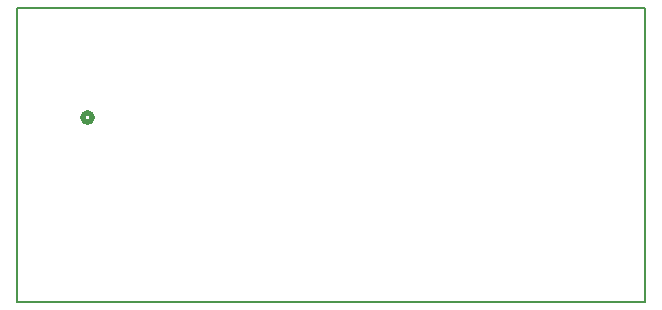
<source format=gbo>
G04*
G04 #@! TF.GenerationSoftware,Altium Limited,Altium Designer,22.8.2 (66)*
G04*
G04 Layer_Color=32896*
%FSLAX44Y44*%
%MOMM*%
G71*
G04*
G04 #@! TF.SameCoordinates,468F8AB8-D0D1-42F9-A28A-8A06B6F8ABAF*
G04*
G04*
G04 #@! TF.FilePolarity,Positive*
G04*
G01*
G75*
%ADD10C,0.5080*%
%ADD15C,0.1524*%
D10*
X319312Y409321D02*
G03*
X319312Y409321I-3810J0D01*
G01*
D15*
X255524Y253365D02*
Y501777D01*
X787908D01*
Y253365D02*
Y501777D01*
X255524Y253365D02*
X787908D01*
M02*

</source>
